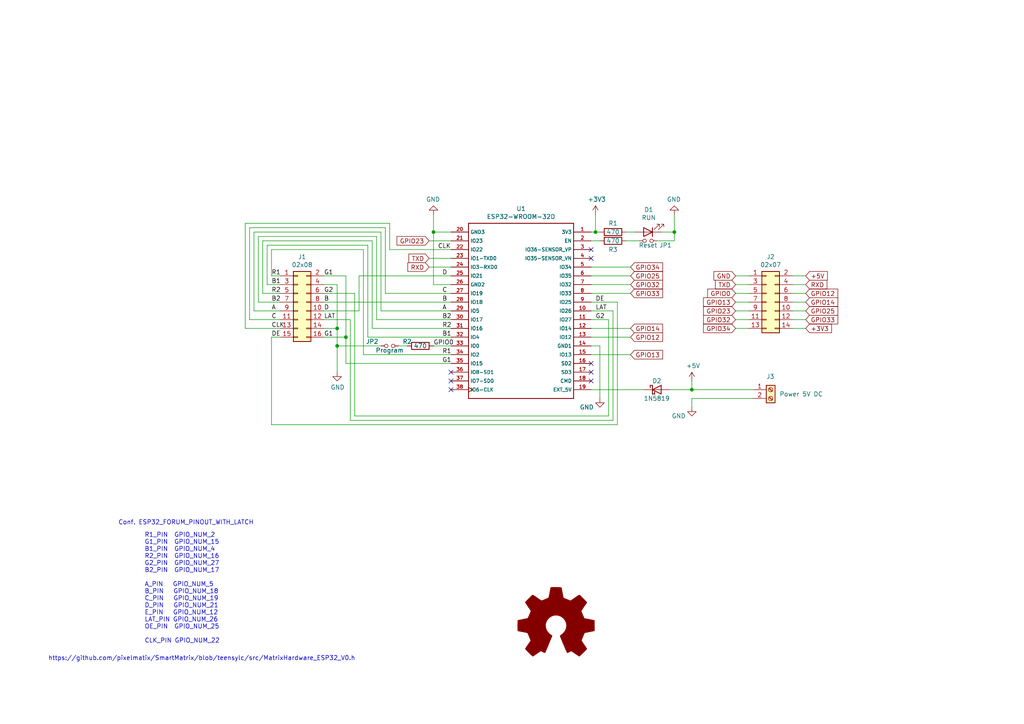
<source format=kicad_sch>
(kicad_sch (version 20200714) (host eeschema "5.99.0-unknown-a61ea1f~102~ubuntu18.04.1")
  (page 1 1)
  (paper "A4")
  (lib_symbols
    (symbol "Connector:Screw_Terminal_01x02" (pin_names hide)
      (property "Reference" "J" (at 0 2.54 0))
      (property "Value" "Screw_Terminal_01x02" (at 0 -5.08 0))
      (symbol "Screw_Terminal_01x02_1_1"
        (circle (center 0 -2.54) (radius 0.635) (stroke (width 0.1524)))
        (circle (center 0 0) (radius 0.635) (stroke (width 0.1524)))
        (rectangle (start -1.27 1.27) (end 1.27 -3.81) (stroke (width 0.254)) (fill (type background)))
        (polyline (pts (xy -0.5334 -2.2098) (xy 0.3302 -3.048)) (stroke (width 0.1524)))
        (polyline (pts (xy -0.5334 0.3302) (xy 0.3302 -0.508)) (stroke (width 0.1524)))
        (polyline (pts (xy -0.3556 -2.032) (xy 0.508 -2.8702)) (stroke (width 0.1524)))
        (polyline (pts (xy -0.3556 0.508) (xy 0.508 -0.3302)) (stroke (width 0.1524)))
        (pin passive line (at -5.08 0 0) (length 3.81) (name "Pin_1") (number "1"))
        (pin passive line (at -5.08 -2.54 0) (length 3.81) (name "Pin_2") (number "2"))
      )
    )
    (symbol "Connector_Generic:Conn_02x07_Odd_Even" (pin_names hide)
      (property "Reference" "J" (at 1.27 10.16 0))
      (property "Value" "Conn_02x07_Odd_Even" (at 1.27 -10.16 0))
      (symbol "Conn_02x07_Odd_Even_1_1"
        (rectangle (start -1.27 -4.953) (end 0 -5.207) (stroke (width 0.1524)))
        (rectangle (start -1.27 -7.493) (end 0 -7.747) (stroke (width 0.1524)))
        (rectangle (start -1.27 -2.413) (end 0 -2.667) (stroke (width 0.1524)))
        (rectangle (start -1.27 2.667) (end 0 2.413) (stroke (width 0.1524)))
        (rectangle (start -1.27 5.207) (end 0 4.953) (stroke (width 0.1524)))
        (rectangle (start -1.27 7.747) (end 0 7.493) (stroke (width 0.1524)))
        (rectangle (start -1.27 8.89) (end 3.81 -8.89) (stroke (width 0.254)) (fill (type background)))
        (rectangle (start -1.27 0.127) (end 0 -0.127) (stroke (width 0.1524)))
        (rectangle (start 3.81 -4.953) (end 2.54 -5.207) (stroke (width 0.1524)))
        (rectangle (start 3.81 -7.493) (end 2.54 -7.747) (stroke (width 0.1524)))
        (rectangle (start 3.81 -2.413) (end 2.54 -2.667) (stroke (width 0.1524)))
        (rectangle (start 3.81 2.667) (end 2.54 2.413) (stroke (width 0.1524)))
        (rectangle (start 3.81 5.207) (end 2.54 4.953) (stroke (width 0.1524)))
        (rectangle (start 3.81 7.747) (end 2.54 7.493) (stroke (width 0.1524)))
        (rectangle (start 3.81 0.127) (end 2.54 -0.127) (stroke (width 0.1524)))
        (pin passive line (at -5.08 7.62 0) (length 3.81) (name "Pin_1") (number "1"))
        (pin passive line (at 7.62 -2.54 180) (length 3.81) (name "Pin_10") (number "10"))
        (pin passive line (at -5.08 -5.08 0) (length 3.81) (name "Pin_11") (number "11"))
        (pin passive line (at 7.62 -5.08 180) (length 3.81) (name "Pin_12") (number "12"))
        (pin passive line (at -5.08 -7.62 0) (length 3.81) (name "Pin_13") (number "13"))
        (pin passive line (at 7.62 -7.62 180) (length 3.81) (name "Pin_14") (number "14"))
        (pin passive line (at 7.62 7.62 180) (length 3.81) (name "Pin_2") (number "2"))
        (pin passive line (at -5.08 5.08 0) (length 3.81) (name "Pin_3") (number "3"))
        (pin passive line (at 7.62 5.08 180) (length 3.81) (name "Pin_4") (number "4"))
        (pin passive line (at -5.08 2.54 0) (length 3.81) (name "Pin_5") (number "5"))
        (pin passive line (at 7.62 2.54 180) (length 3.81) (name "Pin_6") (number "6"))
        (pin passive line (at -5.08 0 0) (length 3.81) (name "Pin_7") (number "7"))
        (pin passive line (at 7.62 0 180) (length 3.81) (name "Pin_8") (number "8"))
        (pin passive line (at -5.08 -2.54 0) (length 3.81) (name "Pin_9") (number "9"))
      )
    )
    (symbol "Connector_Generic:Conn_02x08_Odd_Even" (pin_names hide)
      (property "Reference" "J" (at 1.27 10.16 0))
      (property "Value" "Conn_02x08_Odd_Even" (at 1.27 -12.7 0))
      (symbol "Conn_02x08_Odd_Even_1_1"
        (rectangle (start -1.27 -4.953) (end 0 -5.207) (stroke (width 0.1524)))
        (rectangle (start -1.27 -7.493) (end 0 -7.747) (stroke (width 0.1524)))
        (rectangle (start -1.27 -10.033) (end 0 -10.287) (stroke (width 0.1524)))
        (rectangle (start -1.27 -2.413) (end 0 -2.667) (stroke (width 0.1524)))
        (rectangle (start -1.27 2.667) (end 0 2.413) (stroke (width 0.1524)))
        (rectangle (start -1.27 5.207) (end 0 4.953) (stroke (width 0.1524)))
        (rectangle (start -1.27 7.747) (end 0 7.493) (stroke (width 0.1524)))
        (rectangle (start -1.27 8.89) (end 3.81 -11.43) (stroke (width 0.254)) (fill (type background)))
        (rectangle (start -1.27 0.127) (end 0 -0.127) (stroke (width 0.1524)))
        (rectangle (start 3.81 -4.953) (end 2.54 -5.207) (stroke (width 0.1524)))
        (rectangle (start 3.81 -7.493) (end 2.54 -7.747) (stroke (width 0.1524)))
        (rectangle (start 3.81 -10.033) (end 2.54 -10.287) (stroke (width 0.1524)))
        (rectangle (start 3.81 -2.413) (end 2.54 -2.667) (stroke (width 0.1524)))
        (rectangle (start 3.81 2.667) (end 2.54 2.413) (stroke (width 0.1524)))
        (rectangle (start 3.81 5.207) (end 2.54 4.953) (stroke (width 0.1524)))
        (rectangle (start 3.81 7.747) (end 2.54 7.493) (stroke (width 0.1524)))
        (rectangle (start 3.81 0.127) (end 2.54 -0.127) (stroke (width 0.1524)))
        (pin passive line (at -5.08 7.62 0) (length 3.81) (name "Pin_1") (number "1"))
        (pin passive line (at 7.62 -2.54 180) (length 3.81) (name "Pin_10") (number "10"))
        (pin passive line (at -5.08 -5.08 0) (length 3.81) (name "Pin_11") (number "11"))
        (pin passive line (at 7.62 -5.08 180) (length 3.81) (name "Pin_12") (number "12"))
        (pin passive line (at -5.08 -7.62 0) (length 3.81) (name "Pin_13") (number "13"))
        (pin passive line (at 7.62 -7.62 180) (length 3.81) (name "Pin_14") (number "14"))
        (pin passive line (at -5.08 -10.16 0) (length 3.81) (name "Pin_15") (number "15"))
        (pin passive line (at 7.62 -10.16 180) (length 3.81) (name "Pin_16") (number "16"))
        (pin passive line (at 7.62 7.62 180) (length 3.81) (name "Pin_2") (number "2"))
        (pin passive line (at -5.08 5.08 0) (length 3.81) (name "Pin_3") (number "3"))
        (pin passive line (at 7.62 5.08 180) (length 3.81) (name "Pin_4") (number "4"))
        (pin passive line (at -5.08 2.54 0) (length 3.81) (name "Pin_5") (number "5"))
        (pin passive line (at 7.62 2.54 180) (length 3.81) (name "Pin_6") (number "6"))
        (pin passive line (at -5.08 0 0) (length 3.81) (name "Pin_7") (number "7"))
        (pin passive line (at 7.62 0 180) (length 3.81) (name "Pin_8") (number "8"))
        (pin passive line (at -5.08 -2.54 0) (length 3.81) (name "Pin_9") (number "9"))
      )
    )
    (symbol "Device:Jumper_NO_Small" (pin_numbers hide) (pin_names (offset 0.762) hide)
      (property "Reference" "JP" (at 0 2.032 0))
      (property "Value" "Jumper_NO_Small" (at 0.254 -1.524 0))
      (symbol "Jumper_NO_Small_0_1"
        (circle (center -1.016 0) (radius 0.508))
        (circle (center 1.016 0) (radius 0.508))
        (pin passive line (at -2.54 0 0) (length 1.016) (name "1") (number "1"))
        (pin passive line (at 2.54 0 180) (length 1.016) (name "2") (number "2"))
      )
    )
    (symbol "Device:LED" (pin_numbers hide) (pin_names hide)
      (property "Reference" "D" (at 0 2.54 0))
      (property "Value" "LED" (at 0 -2.54 0))
      (symbol "LED_0_1"
        (polyline (pts (xy -1.27 -1.27) (xy -1.27 1.27)) (stroke (width 0.254)))
        (polyline (pts (xy -1.27 0) (xy 1.27 0)))
        (polyline (pts (xy 1.27 -1.27) (xy 1.27 1.27) (xy -1.27 0) (xy 1.27 -1.27)) (stroke (width 0.254)))
        (polyline (pts (xy -3.048 -0.762) (xy -4.572 -2.286) (xy -3.81 -2.286) (xy -4.572 -2.286) (xy -4.572 -1.524)))
        (polyline (pts (xy -1.778 -0.762) (xy -3.302 -2.286) (xy -2.54 -2.286) (xy -3.302 -2.286) (xy -3.302 -1.524)))
      )
      (symbol "LED_1_1"
        (pin passive line (at -3.81 0 0) (length 2.54) (name "K") (number "1"))
        (pin passive line (at 3.81 0 180) (length 2.54) (name "A") (number "2"))
      )
    )
    (symbol "Device:R" (pin_numbers hide) (pin_names (offset 0))
      (property "Reference" "R" (at 2.032 0 90))
      (property "Value" "R" (at 0 0 90))
      (symbol "R_0_1"
        (rectangle (start -1.016 -2.54) (end 1.016 2.54) (stroke (width 0.254)))
      )
      (symbol "R_1_1"
        (pin passive line (at 0 3.81 270) (length 1.27) (name "~") (number "1"))
        (pin passive line (at 0 -3.81 90) (length 1.27) (name "~") (number "2"))
      )
    )
    (symbol "Diode:1N5819" (pin_numbers hide) (pin_names hide)
      (property "Reference" "D" (at 0 2.54 0))
      (property "Value" "1N5819" (at 0 -2.54 0))
      (symbol "1N5819_0_1"
        (polyline (pts (xy 1.27 0) (xy -1.27 0)))
        (polyline (pts (xy 1.27 1.27) (xy 1.27 -1.27) (xy -1.27 0) (xy 1.27 1.27)) (stroke (width 0.254)))
        (polyline (pts (xy -1.905 0.635) (xy -1.905 1.27) (xy -1.27 1.27) (xy -1.27 -1.27) (xy -0.635 -1.27) (xy -0.635 -0.635)) (stroke (width 0.254)))
      )
      (symbol "1N5819_1_1"
        (pin passive line (at -3.81 0 0) (length 2.54) (name "K") (number "1"))
        (pin passive line (at 3.81 0 180) (length 2.54) (name "A") (number "2"))
      )
    )
    (symbol "Graphic:Logo_Open_Hardware_Large"
      (symbol "Logo_Open_Hardware_Large_1_1"
        (polyline (pts (xy 6.731 -8.7122) (xy 6.6294 -8.6614) (xy 6.35 -8.4836) (xy 5.9944 -8.255) (xy 5.5372 -7.9502) (xy 5.1054 -7.6454) (xy 4.7498 -7.4168) (xy 4.4958 -7.239) (xy 4.3942 -7.1882) (xy 4.318 -7.2136) (xy 4.1148 -7.3152) (xy 3.81 -7.4676) (xy 3.6322 -7.5692) (xy 3.3528 -7.6708) (xy 3.2258 -7.6962) (xy 3.2004 -7.6708) (xy 3.0988 -7.4676) (xy 2.9464 -7.0866) (xy 2.7178 -6.604) (xy 2.4892 -6.0452) (xy 2.2352 -5.4356) (xy 1.9558 -4.826) (xy 1.7272 -4.2164) (xy 1.4986 -3.683) (xy 1.3208 -3.2512) (xy 1.2192 -2.9464) (xy 1.1684 -2.8194) (xy 1.1938 -2.794) (xy 1.3208 -2.667) (xy 1.5748 -2.4892) (xy 2.0828 -2.0574) (xy 2.6162 -1.397) (xy 2.921 -0.6604) (xy 3.048 0.1524) (xy 2.9464 0.9144) (xy 2.6416 1.6256) (xy 2.1336 2.286) (xy 1.524 2.7686) (xy 0.8128 3.0734) (xy 0 3.175) (xy -0.762 3.0988) (xy -1.4986 2.794) (xy -2.159 2.286) (xy -2.4384 1.9812) (xy -2.8194 1.3208) (xy -3.048 0.6096) (xy -3.0734 0.4318) (xy -3.0226 -0.3556) (xy -2.794 -1.0922) (xy -2.3876 -1.7526) (xy -1.8288 -2.3114) (xy -1.7526 -2.3622) (xy -1.4732 -2.5654) (xy -1.2954 -2.6924) (xy -1.1684 -2.8194) (xy -2.159 -5.207) (xy -2.3114 -5.588) (xy -2.5908 -6.2484) (xy -2.8194 -6.8072) (xy -3.0226 -7.2644) (xy -3.1496 -7.5692) (xy -3.2258 -7.6708) (xy -3.2258 -7.6962) (xy -3.302 -7.6962) (xy -3.4798 -7.6454) (xy -3.8354 -7.4676) (xy -4.0386 -7.366) (xy -4.2926 -7.239) (xy -4.4196 -7.1882) (xy -4.5212 -7.239) (xy -4.7498 -7.3914) (xy -5.1054 -7.6454) (xy -5.5372 -7.9248) (xy -5.9436 -8.2042) (xy -6.3246 -8.4582) (xy -6.604 -8.636) (xy -6.731 -8.7122) (xy -6.7564 -8.7122) (xy -6.858 -8.636) (xy -7.0866 -8.4582) (xy -7.4168 -8.1534) (xy -7.874 -7.6962) (xy -7.9502 -7.62) (xy -8.3312 -7.239) (xy -8.636 -6.9088) (xy -8.8392 -6.6802) (xy -8.9154 -6.5786) (xy -8.9154 -6.5786) (xy -8.8392 -6.4516) (xy -8.6614 -6.1722) (xy -8.4328 -5.7912) (xy -8.128 -5.3594) (xy -7.3152 -4.191) (xy -7.7724 -3.0988) (xy -7.8994 -2.7686) (xy -8.0772 -2.3622) (xy -8.2042 -2.0828) (xy -8.255 -1.9558) (xy -8.382 -1.905) (xy -8.6614 -1.8542) (xy -9.0932 -1.7526) (xy -9.6266 -1.651) (xy -10.1092 -1.5748) (xy -10.541 -1.4732) (xy -10.8712 -1.4224) (xy -11.0236 -1.397) (xy -11.049 -1.3716) (xy -11.0744 -1.2954) (xy -11.0998 -1.143) (xy -11.0998 -0.889) (xy -11.1252 -0.4572) (xy -11.1252 0.1524) (xy -11.1252 0.2286) (xy -11.0998 0.8128) (xy -11.0998 1.27) (xy -11.0744 1.5494) (xy -11.0744 1.6764) (xy -11.0744 1.6764) (xy -10.922 1.7018) (xy -10.6172 1.778) (xy -10.16 1.8542) (xy -9.652 1.9558) (xy -9.6012 1.9812) (xy -9.0932 2.0828) (xy -8.636 2.159) (xy -8.3312 2.2352) (xy -8.2042 2.286) (xy -8.1788 2.3114) (xy -8.0772 2.5146) (xy -7.9248 2.8448) (xy -7.747 3.2512) (xy -7.5692 3.6576) (xy -7.4168 4.0386) (xy -7.3152 4.318) (xy -7.2898 4.445) (xy -7.2898 4.445) (xy -7.366 4.572) (xy -7.5438 4.826) (xy -7.7978 5.207) (xy -8.128 5.6642) (xy -8.128 5.6896) (xy -8.4328 6.1468) (xy -8.6868 6.5278) (xy -8.8392 6.7818) (xy -8.9154 6.9088) (xy -8.9154 6.9088) (xy -8.8138 7.0358) (xy -8.5852 7.2898) (xy -8.255 7.6454) (xy -7.874 8.0264) (xy -7.747 8.1534) (xy -7.3152 8.5852) (xy -7.0104 8.8646) (xy -6.8326 8.9916) (xy -6.731 9.0424) (xy -6.731 9.0424) (xy -6.604 8.9408) (xy -6.3246 8.763) (xy -5.9436 8.509) (xy -5.4864 8.2042) (xy -5.461 8.1788) (xy -5.0038 7.874) (xy -4.6482 7.62) (xy -4.3688 7.4422) (xy -4.2672 7.3914) (xy -4.2418 7.3914) (xy -4.064 7.4422) (xy -3.7338 7.5438) (xy -3.3528 7.6962) (xy -2.9464 7.874) (xy -2.5654 8.0264) (xy -2.286 8.1534) (xy -2.159 8.2296) (xy -2.159 8.2296) (xy -2.1082 8.382) (xy -2.032 8.7122) (xy -1.9304 9.1694) (xy -1.8288 9.7282) (xy -1.8034 9.8044) (xy -1.7018 10.3378) (xy -1.6256 10.7696) (xy -1.5748 11.0744) (xy -1.524 11.2014) (xy -1.4478 11.2268) (xy -1.1938 11.2522) (xy -0.8128 11.2522) (xy -0.3302 11.2522) (xy 0.1524 11.2522) (xy 0.6604 11.2522) (xy 1.0668 11.2268) (xy 1.3716 11.2014) (xy 1.4986 11.176) (xy 1.4986 11.176) (xy 1.5494 11.0236) (xy 1.6256 10.6934) (xy 1.7018 10.2108) (xy 1.8288 9.6774) (xy 1.8288 9.5758) (xy 1.9304 9.0424) (xy 2.032 8.6106) (xy 2.0828 8.3058) (xy 2.1336 8.2042) (xy 2.159 8.1788) (xy 2.3876 8.0772) (xy 2.7432 7.9248) (xy 3.175 7.747) (xy 4.191 7.3406) (xy 5.461 8.2042) (xy 5.5626 8.2804) (xy 6.0198 8.5852) (xy 6.3754 8.8392) (xy 6.6294 8.9916) (xy 6.7564 9.0424) (xy 6.7564 9.0424) (xy 6.8834 8.9408) (xy 7.1374 8.7122) (xy 7.4676 8.382) (xy 7.8486 7.9756) (xy 8.1534 7.6962) (xy 8.4836 7.3406) (xy 8.7122 7.112) (xy 8.8392 6.9596) (xy 8.8646 6.858) (xy 8.8646 6.8072) (xy 8.7884 6.6802) (xy 8.6106 6.4008) (xy 8.3312 6.0198) (xy 8.0264 5.588) (xy 7.7978 5.207) (xy 7.5184 4.8006) (xy 7.3406 4.4958) (xy 7.2898 4.3434) (xy 7.2898 4.2926) (xy 7.3914 4.0386) (xy 7.5184 3.683) (xy 7.7216 3.2258) (xy 8.1534 2.2352) (xy 8.7884 2.1082) (xy 9.1948 2.0574) (xy 9.7536 1.9304) (xy 10.2616 1.8288) (xy 11.0998 1.6764) (xy 11.1252 -1.3208) (xy 10.9982 -1.3716) (xy 10.8712 -1.397) (xy 10.5664 -1.4732) (xy 10.1346 -1.5494) (xy 9.6266 -1.651) (xy 9.1948 -1.7272) (xy 8.7376 -1.8288) (xy 8.4328 -1.8796) (xy 8.2804 -1.905) (xy 8.255 -1.9558) (xy 8.1534 -2.159) (xy 7.9756 -2.5146) (xy 7.8232 -2.921) (xy 7.6454 -3.3274) (xy 7.493 -3.7338) (xy 7.366 -4.0132) (xy 7.3406 -4.191) (xy 7.3914 -4.2926) (xy 7.5692 -4.5466) (xy 7.7978 -4.9276) (xy 8.1026 -5.3594) (xy 8.4074 -5.7912) (xy 8.6614 -6.1722) (xy 8.8138 -6.4262) (xy 8.89 -6.5532) (xy 8.8646 -6.6548) (xy 8.6868 -6.858) (xy 8.3566 -7.1882) (xy 7.874 -7.6708) (xy 7.7978 -7.747) (xy 7.3914 -8.128) (xy 7.0612 -8.4328) (xy 6.8326 -8.636) (xy 6.731 -8.7122)) (fill (type outline)))
      )
    )
    (symbol "panel_led-rescue:ESP32-WROOM-32D-ESP32-DEVKITC-32D"
      (property "Reference" "U" (at -15.2654 26.0604 0))
      (property "Value" "ESP32-WROOM-32D-ESP32-DEVKITC-32D" (at -15.2654 -27.9654 0))
      (symbol "ESP32-WROOM-32D-ESP32-DEVKITC-32D_0_0"
        (polyline (pts (xy -15.24 -25.4) (xy -15.24 25.4)) (stroke (width 0.254)))
        (polyline (pts (xy -15.24 25.4) (xy 15.24 25.4)) (stroke (width 0.254)))
        (polyline (pts (xy 15.24 -25.4) (xy -15.24 -25.4)) (stroke (width 0.254)))
        (polyline (pts (xy 15.24 25.4) (xy 15.24 -25.4)) (stroke (width 0.254)))
        (pin power_in line (at -20.32 22.86 0) (length 5.08) (name "3V3") (number "1"))
        (pin bidirectional line (at -20.32 0 0) (length 5.08) (name "IO26") (number "10"))
        (pin bidirectional line (at -20.32 -2.54 0) (length 5.08) (name "IO27") (number "11"))
        (pin bidirectional line (at -20.32 -5.08 0) (length 5.08) (name "IO14") (number "12"))
        (pin bidirectional line (at -20.32 -7.62 0) (length 5.08) (name "IO12") (number "13"))
        (pin power_in line (at -20.32 -10.16 0) (length 5.08) (name "GND1") (number "14"))
        (pin bidirectional line (at -20.32 -12.7 0) (length 5.08) (name "IO13") (number "15"))
        (pin bidirectional line (at -20.32 -15.24 0) (length 5.08) (name "SD2") (number "16"))
        (pin bidirectional line (at -20.32 -17.78 0) (length 5.08) (name "SD3") (number "17"))
        (pin bidirectional line (at -20.32 -20.32 0) (length 5.08) (name "CMD") (number "18"))
        (pin power_in line (at -20.32 -22.86 0) (length 5.08) (name "EXT_5V") (number "19"))
        (pin input line (at -20.32 20.32 0) (length 5.08) (name "EN") (number "2"))
        (pin power_in line (at 20.32 22.86 180) (length 5.08) (name "GND3") (number "20"))
        (pin bidirectional line (at 20.32 20.32 180) (length 5.08) (name "IO23") (number "21"))
        (pin bidirectional line (at 20.32 17.78 180) (length 5.08) (name "IO22") (number "22"))
        (pin output line (at 20.32 15.24 180) (length 5.08) (name "IO1-TXD0") (number "23"))
        (pin input line (at 20.32 12.7 180) (length 5.08) (name "IO3-RXD0") (number "24"))
        (pin bidirectional line (at 20.32 10.16 180) (length 5.08) (name "IO21") (number "25"))
        (pin power_in line (at 20.32 7.62 180) (length 5.08) (name "GND2") (number "26"))
        (pin bidirectional line (at 20.32 5.08 180) (length 5.08) (name "IO19") (number "27"))
        (pin bidirectional line (at 20.32 2.54 180) (length 5.08) (name "IO18") (number "28"))
        (pin bidirectional line (at 20.32 0 180) (length 5.08) (name "IO5") (number "29"))
        (pin input line (at -20.32 17.78 0) (length 5.08) (name "IO36-SENSOR_VP") (number "3"))
        (pin bidirectional line (at 20.32 -2.54 180) (length 5.08) (name "IO17") (number "30"))
        (pin bidirectional line (at 20.32 -5.08 180) (length 5.08) (name "IO16") (number "31"))
        (pin bidirectional line (at 20.32 -7.62 180) (length 5.08) (name "IO4") (number "32"))
        (pin bidirectional line (at 20.32 -10.16 180) (length 5.08) (name "IO0") (number "33"))
        (pin bidirectional line (at 20.32 -12.7 180) (length 5.08) (name "IO2") (number "34"))
        (pin bidirectional line (at 20.32 -15.24 180) (length 5.08) (name "IO15") (number "35"))
        (pin bidirectional line (at 20.32 -17.78 180) (length 5.08) (name "IO8-SD1") (number "36"))
        (pin bidirectional line (at 20.32 -20.32 180) (length 5.08) (name "IO7-SD0") (number "37"))
        (pin input clock (at 20.32 -22.86 180) (length 5.08) (name "IO6-CLK") (number "38"))
        (pin input line (at -20.32 15.24 0) (length 5.08) (name "IO35-SENSOR_VN") (number "4"))
        (pin bidirectional line (at -20.32 12.7 0) (length 5.08) (name "IO34") (number "5"))
        (pin bidirectional line (at -20.32 10.16 0) (length 5.08) (name "IO35") (number "6"))
        (pin bidirectional line (at -20.32 7.62 0) (length 5.08) (name "IO32") (number "7"))
        (pin bidirectional line (at -20.32 5.08 0) (length 5.08) (name "IO33") (number "8"))
        (pin bidirectional line (at -20.32 2.54 0) (length 5.08) (name "IO25") (number "9"))
      )
    )
    (symbol "power:+3V3" (power) (pin_names (offset 0))
      (property "Value" "+3V3" (at 0 3.556 0))
      (symbol "+3V3_0_1"
        (polyline (pts (xy -0.762 1.27) (xy 0 2.54)))
        (polyline (pts (xy 0 0) (xy 0 2.54)))
        (polyline (pts (xy 0 2.54) (xy 0.762 1.27)))
      )
      (symbol "+3V3_1_1"
        (pin power_in line (at 0 0 90) (length 0) hide (name "+3V3") (number "1"))
      )
    )
    (symbol "power:+5V" (power) (pin_names (offset 0))
      (property "Value" "+5V" (at 0 3.556 0))
      (symbol "+5V_0_1"
        (polyline (pts (xy -0.762 1.27) (xy 0 2.54)))
        (polyline (pts (xy 0 0) (xy 0 2.54)))
        (polyline (pts (xy 0 2.54) (xy 0.762 1.27)))
      )
      (symbol "+5V_1_1"
        (pin power_in line (at 0 0 90) (length 0) hide (name "+5V") (number "1"))
      )
    )
    (symbol "power:GND" (power) (pin_names (offset 0))
      (property "Value" "GND" (at 0 -3.81 0))
      (symbol "GND_0_1"
        (polyline (pts (xy 0 0) (xy 0 -1.27) (xy 1.27 -1.27) (xy 0 -2.54) (xy -1.27 -1.27) (xy 0 -1.27)))
      )
      (symbol "GND_1_1"
        (pin power_in line (at 0 0 270) (length 0) hide (name "GND") (number "1"))
      )
    )
  )
  (junction (at 97.79 95.25))
  (junction (at 97.79 100.33))
  (junction (at 100.33 97.79))
  (junction (at 125.73 67.31))
  (junction (at 172.72 67.31))
  (junction (at 195.58 67.31))
  (junction (at 200.66 113.03))
  (no_connect (at 171.45 72.39))
  (no_connect (at 130.81 110.49))
  (no_connect (at 130.81 107.95))
  (no_connect (at 130.81 113.03))
  (no_connect (at 171.45 105.41))
  (no_connect (at 171.45 107.95))
  (no_connect (at 171.45 110.49))
  (no_connect (at 171.45 74.93))
  (wire (pts (xy 71.12 64.77) (xy 71.12 95.25)))
  (wire (pts (xy 71.12 64.77) (xy 113.03 64.77)))
  (wire (pts (xy 71.12 95.25) (xy 81.28 95.25)))
  (wire (pts (xy 72.39 66.04) (xy 72.39 92.71)))
  (wire (pts (xy 72.39 92.71) (xy 81.28 92.71)))
  (wire (pts (xy 73.66 67.31) (xy 73.66 90.17)))
  (wire (pts (xy 73.66 90.17) (xy 81.28 90.17)))
  (wire (pts (xy 74.93 68.58) (xy 74.93 87.63)))
  (wire (pts (xy 74.93 87.63) (xy 81.28 87.63)))
  (wire (pts (xy 76.2 69.85) (xy 76.2 85.09)))
  (wire (pts (xy 76.2 85.09) (xy 81.28 85.09)))
  (wire (pts (xy 77.47 71.12) (xy 77.47 82.55)))
  (wire (pts (xy 77.47 82.55) (xy 81.28 82.55)))
  (wire (pts (xy 78.74 72.39) (xy 78.74 80.01)))
  (wire (pts (xy 78.74 80.01) (xy 81.28 80.01)))
  (wire (pts (xy 78.74 97.79) (xy 78.74 123.19)))
  (wire (pts (xy 78.74 97.79) (xy 81.28 97.79)))
  (wire (pts (xy 78.74 123.19) (xy 179.07 123.19)))
  (wire (pts (xy 93.98 82.55) (xy 97.79 82.55)))
  (wire (pts (xy 93.98 87.63) (xy 130.81 87.63)))
  (wire (pts (xy 93.98 97.79) (xy 100.33 97.79)))
  (wire (pts (xy 97.79 82.55) (xy 97.79 95.25)))
  (wire (pts (xy 97.79 95.25) (xy 93.98 95.25)))
  (wire (pts (xy 97.79 95.25) (xy 97.79 100.33)))
  (wire (pts (xy 97.79 100.33) (xy 97.79 107.95)))
  (wire (pts (xy 100.33 80.01) (xy 93.98 80.01)))
  (wire (pts (xy 100.33 97.79) (xy 100.33 80.01)))
  (wire (pts (xy 100.33 105.41) (xy 100.33 97.79)))
  (wire (pts (xy 100.33 105.41) (xy 130.81 105.41)))
  (wire (pts (xy 101.6 92.71) (xy 93.98 92.71)))
  (wire (pts (xy 101.6 121.92) (xy 101.6 92.71)))
  (wire (pts (xy 101.6 121.92) (xy 177.8 121.92)))
  (wire (pts (xy 102.87 85.09) (xy 93.98 85.09)))
  (wire (pts (xy 102.87 120.65) (xy 102.87 85.09)))
  (wire (pts (xy 102.87 120.65) (xy 176.53 120.65)))
  (wire (pts (xy 104.14 80.01) (xy 104.14 90.17)))
  (wire (pts (xy 104.14 90.17) (xy 93.98 90.17)))
  (wire (pts (xy 105.41 72.39) (xy 78.74 72.39)))
  (wire (pts (xy 105.41 102.87) (xy 105.41 72.39)))
  (wire (pts (xy 105.41 102.87) (xy 130.81 102.87)))
  (wire (pts (xy 106.68 71.12) (xy 77.47 71.12)))
  (wire (pts (xy 106.68 97.79) (xy 106.68 71.12)))
  (wire (pts (xy 106.68 97.79) (xy 130.81 97.79)))
  (wire (pts (xy 107.95 69.85) (xy 76.2 69.85)))
  (wire (pts (xy 107.95 95.25) (xy 107.95 69.85)))
  (wire (pts (xy 107.95 95.25) (xy 130.81 95.25)))
  (wire (pts (xy 109.22 68.58) (xy 74.93 68.58)))
  (wire (pts (xy 109.22 68.58) (xy 109.22 92.71)))
  (wire (pts (xy 109.22 92.71) (xy 130.81 92.71)))
  (wire (pts (xy 110.49 67.31) (xy 73.66 67.31)))
  (wire (pts (xy 110.49 90.17) (xy 110.49 67.31)))
  (wire (pts (xy 110.49 90.17) (xy 130.81 90.17)))
  (wire (pts (xy 110.49 100.33) (xy 97.79 100.33)))
  (wire (pts (xy 111.76 66.04) (xy 72.39 66.04)))
  (wire (pts (xy 111.76 85.09) (xy 111.76 66.04)))
  (wire (pts (xy 111.76 85.09) (xy 130.81 85.09)))
  (wire (pts (xy 113.03 72.39) (xy 113.03 64.77)))
  (wire (pts (xy 118.11 100.33) (xy 115.57 100.33)))
  (wire (pts (xy 125.73 67.31) (xy 125.73 62.23)))
  (wire (pts (xy 125.73 82.55) (xy 125.73 67.31)))
  (wire (pts (xy 130.81 67.31) (xy 125.73 67.31)))
  (wire (pts (xy 130.81 69.85) (xy 124.46 69.85)))
  (wire (pts (xy 130.81 72.39) (xy 113.03 72.39)))
  (wire (pts (xy 130.81 74.93) (xy 124.46 74.93)))
  (wire (pts (xy 130.81 77.47) (xy 124.46 77.47)))
  (wire (pts (xy 130.81 80.01) (xy 104.14 80.01)))
  (wire (pts (xy 130.81 82.55) (xy 125.73 82.55)))
  (wire (pts (xy 130.81 100.33) (xy 125.73 100.33)))
  (wire (pts (xy 171.45 77.47) (xy 182.88 77.47)))
  (wire (pts (xy 171.45 82.55) (xy 182.88 82.55)))
  (wire (pts (xy 171.45 87.63) (xy 179.07 87.63)))
  (wire (pts (xy 171.45 90.17) (xy 177.8 90.17)))
  (wire (pts (xy 171.45 92.71) (xy 176.53 92.71)))
  (wire (pts (xy 171.45 95.25) (xy 182.88 95.25)))
  (wire (pts (xy 171.45 100.33) (xy 173.99 100.33)))
  (wire (pts (xy 172.72 62.23) (xy 172.72 67.31)))
  (wire (pts (xy 172.72 67.31) (xy 171.45 67.31)))
  (wire (pts (xy 173.99 67.31) (xy 172.72 67.31)))
  (wire (pts (xy 173.99 69.85) (xy 171.45 69.85)))
  (wire (pts (xy 173.99 100.33) (xy 173.99 115.57)))
  (wire (pts (xy 176.53 92.71) (xy 176.53 120.65)))
  (wire (pts (xy 177.8 90.17) (xy 177.8 121.92)))
  (wire (pts (xy 179.07 87.63) (xy 179.07 123.19)))
  (wire (pts (xy 182.88 80.01) (xy 171.45 80.01)))
  (wire (pts (xy 182.88 85.09) (xy 171.45 85.09)))
  (wire (pts (xy 182.88 97.79) (xy 171.45 97.79)))
  (wire (pts (xy 182.88 102.87) (xy 171.45 102.87)))
  (wire (pts (xy 184.15 67.31) (xy 181.61 67.31)))
  (wire (pts (xy 185.42 69.85) (xy 181.61 69.85)))
  (wire (pts (xy 186.69 113.03) (xy 171.45 113.03)))
  (wire (pts (xy 190.5 69.85) (xy 195.58 69.85)))
  (wire (pts (xy 194.31 113.03) (xy 200.66 113.03)))
  (wire (pts (xy 195.58 62.23) (xy 195.58 67.31)))
  (wire (pts (xy 195.58 67.31) (xy 191.77 67.31)))
  (wire (pts (xy 195.58 69.85) (xy 195.58 67.31)))
  (wire (pts (xy 200.66 113.03) (xy 200.66 110.49)))
  (wire (pts (xy 200.66 115.57) (xy 200.66 118.11)))
  (wire (pts (xy 213.36 85.09) (xy 217.17 85.09)))
  (wire (pts (xy 213.36 92.71) (xy 217.17 92.71)))
  (wire (pts (xy 217.17 80.01) (xy 213.36 80.01)))
  (wire (pts (xy 217.17 82.55) (xy 213.36 82.55)))
  (wire (pts (xy 217.17 87.63) (xy 213.36 87.63)))
  (wire (pts (xy 217.17 90.17) (xy 213.36 90.17)))
  (wire (pts (xy 217.17 95.25) (xy 213.36 95.25)))
  (wire (pts (xy 218.44 113.03) (xy 200.66 113.03)))
  (wire (pts (xy 218.44 115.57) (xy 200.66 115.57)))
  (wire (pts (xy 229.87 85.09) (xy 233.68 85.09)))
  (wire (pts (xy 229.87 87.63) (xy 233.68 87.63)))
  (wire (pts (xy 229.87 92.71) (xy 233.68 92.71)))
  (wire (pts (xy 229.87 95.25) (xy 233.68 95.25)))
  (wire (pts (xy 233.68 80.01) (xy 229.87 80.01)))
  (wire (pts (xy 233.68 82.55) (xy 229.87 82.55)))
  (wire (pts (xy 233.68 90.17) (xy 229.87 90.17)))
  (text "https://github.com/pixelmatix/SmartMatrix/blob/teensylc/src/MatrixHardware_ESP32_V0.h" (at 13.97 191.77 0) (effects (font (size 1.27 1.27)) (justify left bottom)))
  (text "Conf. ESP32_FORUM_PINOUT_WITH_LATCH" (at 34.29 152.4 0) (effects (font (size 1.27 1.27)) (justify left bottom)))
  (text "R1_PIN  GPIO_NUM_2\nG1_PIN  GPIO_NUM_15\nB1_PIN  GPIO_NUM_4\nR2_PIN  GPIO_NUM_16\nG2_PIN  GPIO_NUM_27\nB2_PIN  GPIO_NUM_17\n\nA_PIN   GPIO_NUM_5\nB_PIN   GPIO_NUM_18\nC_PIN   GPIO_NUM_19\nD_PIN   GPIO_NUM_21\nE_PIN   GPIO_NUM_12\nLAT_PIN GPIO_NUM_26\nOE_PIN  GPIO_NUM_25\n\nCLK_PIN GPIO_NUM_22" (at 41.91 186.69 0) (effects (font (size 1.27 1.27)) (justify left bottom)))
  (label "R1" (at 78.74 80.01 0))
  (label "B1" (at 78.74 82.55 0))
  (label "R2" (at 78.74 85.09 0))
  (label "B2" (at 78.74 87.63 0))
  (label "A" (at 78.74 90.17 0))
  (label "C" (at 78.74 92.71 0))
  (label "CLK" (at 78.74 95.25 0))
  (label "DE" (at 78.74 97.79 0))
  (label "G1" (at 93.98 80.01 0))
  (label "G2" (at 93.98 85.09 0))
  (label "B" (at 93.98 87.63 0))
  (label "D" (at 93.98 90.17 0))
  (label "LAT" (at 93.98 92.71 0))
  (label "G1" (at 93.98 97.79 0))
  (label "GPIO0" (at 125.73 100.33 0))
  (label "CLK" (at 127 72.39 0))
  (label "D" (at 128.27 80.01 0))
  (label "C" (at 128.27 85.09 0))
  (label "B" (at 128.27 87.63 0))
  (label "A" (at 128.27 90.17 0))
  (label "B2" (at 128.27 92.71 0))
  (label "R2" (at 128.27 95.25 0))
  (label "B1" (at 128.27 97.79 0))
  (label "R1" (at 128.27 102.87 0))
  (label "G1" (at 128.27 105.41 0))
  (label "DE" (at 172.72 87.63 0))
  (label "LAT" (at 172.72 90.17 0))
  (label "G2" (at 172.72 92.71 0))
  (global_label "GPIO23" (shape input) (at 124.46 69.85 180))
  (global_label "TXD" (shape input) (at 124.46 74.93 180))
  (global_label "RXD" (shape input) (at 124.46 77.47 180))
  (global_label "GPIO34" (shape input) (at 182.88 77.47 0))
  (global_label "GPIO25" (shape input) (at 182.88 80.01 0))
  (global_label "GPIO32" (shape input) (at 182.88 82.55 0))
  (global_label "GPIO33" (shape input) (at 182.88 85.09 0))
  (global_label "GPIO14" (shape input) (at 182.88 95.25 0))
  (global_label "GPIO12" (shape input) (at 182.88 97.79 0))
  (global_label "GPIO13" (shape input) (at 182.88 102.87 0))
  (global_label "GND" (shape input) (at 213.36 80.01 180))
  (global_label "TXD" (shape input) (at 213.36 82.55 180))
  (global_label "GPIO0" (shape input) (at 213.36 85.09 180))
  (global_label "GPIO13" (shape input) (at 213.36 87.63 180))
  (global_label "GPIO23" (shape input) (at 213.36 90.17 180))
  (global_label "GPIO32" (shape input) (at 213.36 92.71 180))
  (global_label "GPIO34" (shape input) (at 213.36 95.25 180))
  (global_label "+5V" (shape input) (at 233.68 80.01 0))
  (global_label "RXD" (shape input) (at 233.68 82.55 0))
  (global_label "GPIO12" (shape input) (at 233.68 85.09 0))
  (global_label "GPIO14" (shape input) (at 233.68 87.63 0))
  (global_label "GPIO25" (shape input) (at 233.68 90.17 0))
  (global_label "GPIO33" (shape input) (at 233.68 92.71 0))
  (global_label "+3V3" (shape input) (at 233.68 95.25 0))
  (symbol (lib_id "Device:Jumper_NO_Small") (at 113.03 100.33 0) (unit 1)
    (property "Reference" "JP2" (at 107.95 99.06 0))
    (property "Value" "Program" (at 113.03 101.6 0))
    (property "Footprint" "Connector_PinHeader_2.54mm:PinHeader_1x02_P2.54mm_Vertical" (effects hide))
  )
  (symbol (lib_id "Device:Jumper_NO_Small") (at 187.96 69.85 0) (unit 1)
    (property "Reference" "JP1" (at 193.04 71.12 0))
    (property "Value" "Reset" (at 187.96 71.12 0))
    (property "Footprint" "Connector_PinHeader_2.54mm:PinHeader_1x02_P2.54mm_Vertical" (effects hide))
  )
  (symbol (lib_id "power:+3V3") (at 172.72 62.23 0) (unit 1)
    (property "Reference" "#PWR0106" (effects hide))
    (property "Value" "+3V3" (at 173.101 57.8358 0))
  )
  (symbol (lib_id "power:+5V") (at 200.66 110.49 0) (unit 1)
    (property "Reference" "#PWR0102" (effects hide))
    (property "Value" "+5V" (at 201.041 106.0958 0))
  )
  (symbol (lib_id "power:GND") (at 97.79 107.95 0) (unit 1)
    (property "Reference" "#PWR0101" (effects hide))
    (property "Value" "GND" (at 97.917 112.3442 0))
  )
  (symbol (lib_id "power:GND") (at 125.73 62.23 180) (unit 1)
    (property "Reference" "#PWR0104" (effects hide))
    (property "Value" "GND" (at 125.603 57.8358 0))
  )
  (symbol (lib_id "power:GND") (at 173.99 115.57 0) (unit 1)
    (property "Reference" "#PWR0103" (effects hide))
    (property "Value" "GND" (at 170.18 118.11 0))
  )
  (symbol (lib_id "power:GND") (at 195.58 62.23 180) (unit 1)
    (property "Reference" "#PWR0105" (effects hide))
    (property "Value" "GND" (at 195.453 57.8358 0))
  )
  (symbol (lib_id "power:GND") (at 200.66 118.11 0) (unit 1)
    (property "Reference" "#PWR0107" (effects hide))
    (property "Value" "GND" (at 196.85 120.65 0))
  )
  (symbol (lib_id "Device:R") (at 121.92 100.33 270) (unit 1)
    (property "Reference" "R2" (at 118.11 99.06 90))
    (property "Value" "470" (at 121.92 100.33 90))
    (property "Footprint" "Resistor_SMD:R_0805_2012Metric" (effects hide))
  )
  (symbol (lib_id "Device:R") (at 177.8 67.31 270) (unit 1)
    (property "Reference" "R1" (at 177.8 64.77 90))
    (property "Value" "470" (at 177.8 67.31 90))
    (property "Footprint" "Resistor_SMD:R_0805_2012Metric" (effects hide))
  )
  (symbol (lib_id "Device:R") (at 177.8 69.85 270) (unit 1)
    (property "Reference" "R3" (at 177.8 72.39 90))
    (property "Value" "470" (at 177.8 69.85 90))
    (property "Footprint" "Resistor_SMD:R_0805_2012Metric" (effects hide))
  )
  (symbol (lib_id "Diode:1N5819") (at 190.5 113.03 0) (unit 1)
    (property "Reference" "D2" (at 190.5 110.49 0))
    (property "Value" "1N5819" (at 190.5 115.57 0))
    (property "Footprint" "Diode_SMD:D_SOD-123" (effects hide))
    (property "Datasheet" "http://www.vishay.com/docs/88525/1n5817.pdf" (effects hide))
  )
  (symbol (lib_id "Device:LED") (at 187.96 67.31 180) (unit 1)
    (property "Reference" "D1" (at 188.1632 60.833 0))
    (property "Value" "RUN" (at 188.1632 63.1444 0))
    (property "Footprint" "LED_SMD:LED_0805_2012Metric" (effects hide))
  )
  (symbol (lib_id "Connector:Screw_Terminal_01x02") (at 223.52 113.03 0) (unit 1)
    (property "Reference" "J3" (at 222.25 109.22 0) (effects (justify left)))
    (property "Value" "Power 5V DC" (at 226.06 114.3 0) (effects (justify left)))
    (property "Footprint" "Connector_Phoenix_MC_HighVoltage:PhoenixContact_MCV_1,5_2-G-5.08_1x02_P5.08mm_Vertical" (effects hide))
  )
  (symbol (lib_id "Connector_Generic:Conn_02x07_Odd_Even") (at 222.25 87.63 0) (unit 1)
    (property "Reference" "J2" (at 223.52 74.4982 0))
    (property "Value" "02x07" (at 223.52 76.8096 0))
    (property "Footprint" "Connector_PinHeader_2.54mm:PinHeader_2x07_P2.54mm_Vertical" (effects hide))
  )
  (symbol (lib_id "Connector_Generic:Conn_02x08_Odd_Even") (at 86.36 87.63 0) (unit 1)
    (property "Reference" "J1" (at 87.63 74.4982 0))
    (property "Value" "02x08" (at 87.63 76.8096 0))
    (property "Footprint" "Connector_PinSocket_2.54mm:PinSocket_2x08_P2.54mm_Vertical" (effects hide))
  )
  (symbol (lib_id "Graphic:Logo_Open_Hardware_Large") (at 161.29 181.61 0) (unit 1)
    (property "Reference" "#LOGO1" (effects hide))
    (property "Value" "Logo_Open_Hardware_Large" (effects hide))
  )
  (symbol (lib_id "panel_led-rescue:ESP32-WROOM-32D-ESP32-DEVKITC-32D") (at 151.13 90.17 0) (mirror y) (unit 1)
    (property "Reference" "U1" (at 151.13 60.5282 0))
    (property "Value" "ESP32-WROOM-32D" (at 151.13 62.8396 0))
    (property "Footprint" "librerias:MODULE_ESP32-DEVKITC-32D" (effects hide))
    (property "Datasheet" "Espressif Systems" (effects hide))
    (property "Field4" "4" (effects hide))
  )
)
</source>
